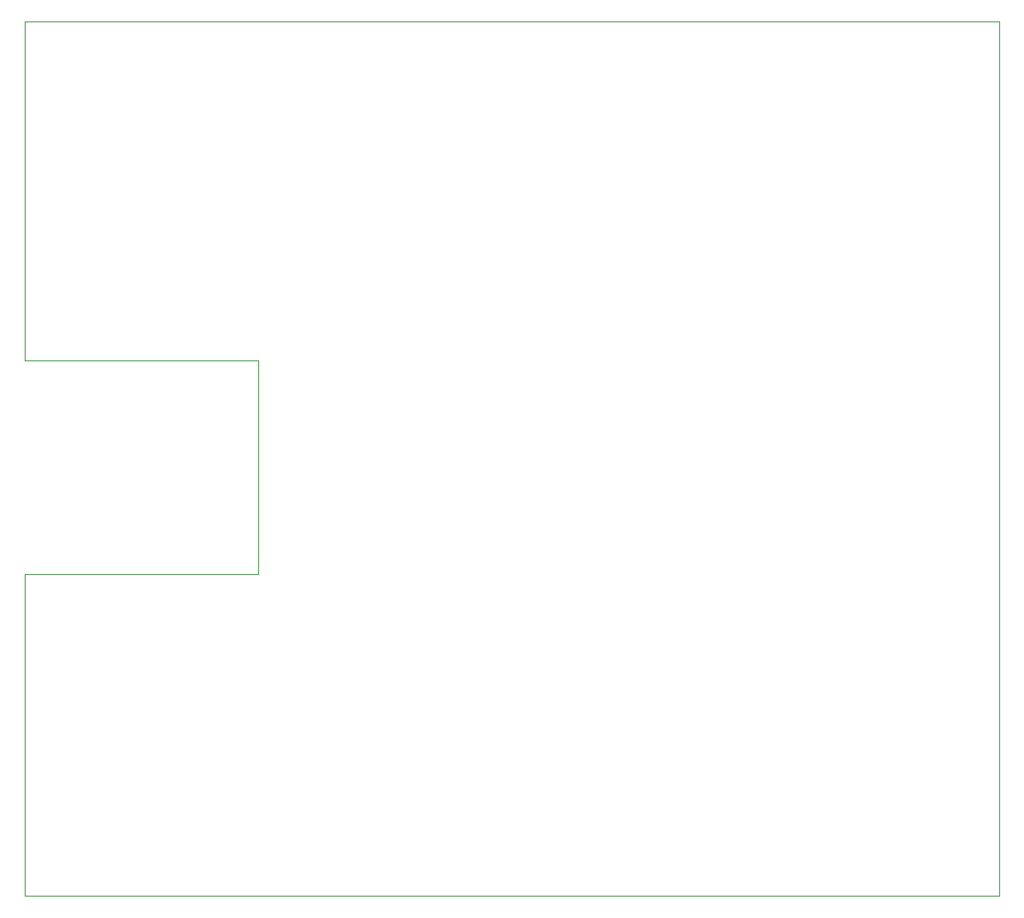
<source format=gbr>
G04 #@! TF.GenerationSoftware,KiCad,Pcbnew,(5.1.4)-1*
G04 #@! TF.CreationDate,2019-11-16T11:12:50+01:00*
G04 #@! TF.ProjectId,fpga_pedal,66706761-5f70-4656-9461-6c2e6b696361,rev?*
G04 #@! TF.SameCoordinates,Original*
G04 #@! TF.FileFunction,Profile,NP*
%FSLAX46Y46*%
G04 Gerber Fmt 4.6, Leading zero omitted, Abs format (unit mm)*
G04 Created by KiCad (PCBNEW (5.1.4)-1) date 2019-11-16 11:12:50*
%MOMM*%
%LPD*%
G04 APERTURE LIST*
%ADD10C,0.050000*%
G04 APERTURE END LIST*
D10*
X163000000Y-87000000D02*
X139000000Y-87000000D01*
X239000000Y-52250000D02*
X239000000Y-142000000D01*
X139000000Y-87000000D02*
X139000000Y-60000000D01*
X163000000Y-109000000D02*
X163000000Y-87000000D01*
X139000000Y-109000000D02*
X163000000Y-109000000D01*
X139000000Y-142000000D02*
X139000000Y-109000000D01*
X139000000Y-52250000D02*
X139000000Y-55500000D01*
X239000000Y-52250000D02*
X143250000Y-52250000D01*
X139000000Y-142000000D02*
X239000000Y-142000000D01*
X139000000Y-52250000D02*
X143250000Y-52250000D01*
X139000000Y-60000000D02*
X139000000Y-55500000D01*
M02*

</source>
